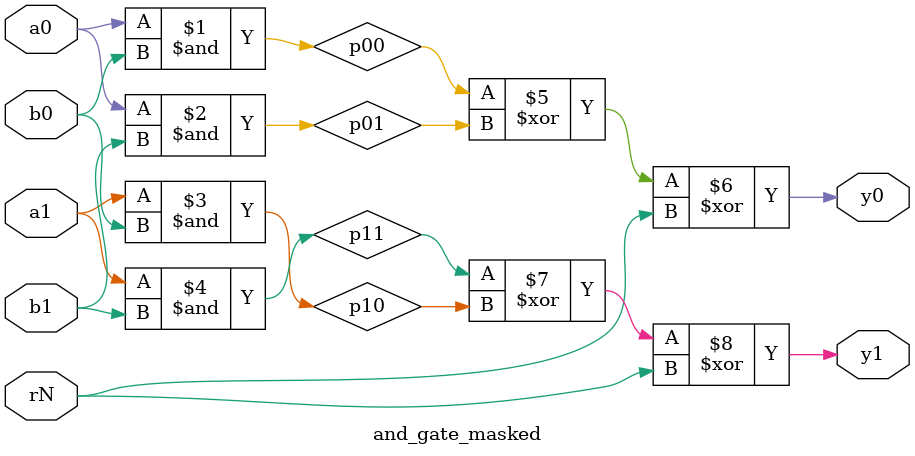
<source format=v>
module and_gate_masked (
    input  wire a0,
    input  wire a1,
    input  wire b0,
    input  wire b1,
    input  wire rN,
    output wire y0,
    output wire y1
);

    wire p00, p01, p10, p11;

    assign p00 = a0 & b0;
    assign p01 = a0 & b1;
    assign p10 = a1 & b0;
    assign p11 = a1 & b1;

    assign y0 = p00 ^ p01 ^ rN;
    assign y1 = p11 ^ p10 ^ rN;

endmodule

</source>
